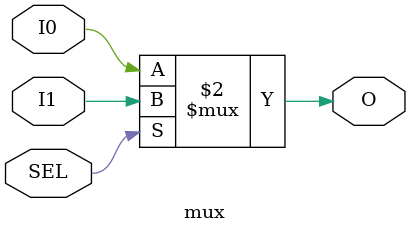
<source format=v>
`timescale 1ns / 1ps


module mux #(
    parameter WIDTH=1
    )
(
    input [WIDTH-1:0] I0,
    input [WIDTH-1:0] I1,
    input SEL,
    output [WIDTH-1 : 0] O
    );
    assign O = (SEL == 0)? I0 : I1;
endmodule

</source>
